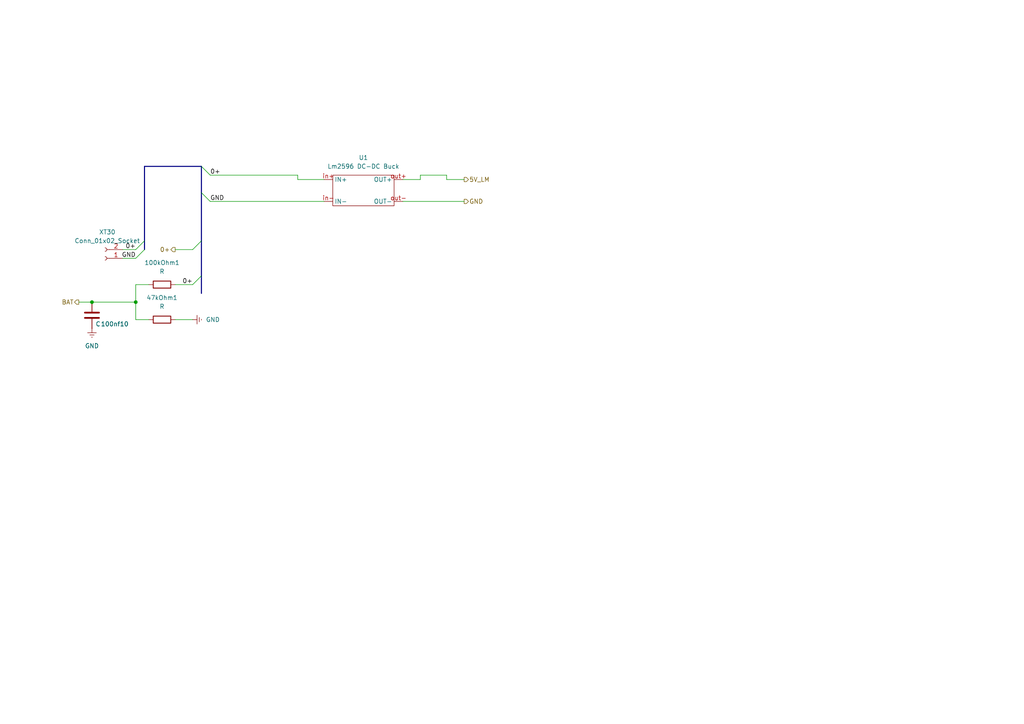
<source format=kicad_sch>
(kicad_sch (version 20250114) (generator "eeschema") (generator_version "9.0")
  (paper "A4")
  (lib_symbols
    (symbol "Componentes Personalizados:Lm2596"
      (property "Reference" "U" (at -8.89 8.382 0))
      (property "Value" "Lm2596 DC-DC Buck" (at 1.016 6.604 0))
      (symbol "Lm2596_1_1"
        (rectangle (start -8.89 5.08) (end 8.89 -3.81))
        (pin input line (at -11.43 3.81 0) (length 2.54) (name "IN+") (number "in+"))
        (pin input line (at -11.43 -2.54 0) (length 2.54) (name "IN-") (number "in-"))
        (pin output line (at 11.43 3.81 180) (length 2.54) (name "OUT+") (number "out+"))
        (pin output line (at 11.43 -2.54 180) (length 2.54) (name "OUT-") (number "out-"))
      )
    )
    (symbol "Connector:Conn_01x02_Socket" (pin_names (offset 1.016) (hide yes))
      (property "Reference" "J" (at 0 2.54 0))
      (property "Value" "Conn_01x02_Socket" (at 0 -5.08 0))
      (symbol "Conn_01x02_Socket_1_1"
        (polyline (pts (xy -1.27 0) (xy -0.508 0)) (stroke (width 0.1524)))
        (polyline (pts (xy -1.27 -2.54) (xy -0.508 -2.54)) (stroke (width 0.1524)))
        (arc (start 0 -0.508) (mid -0.5058 0) (end 0 0.508) (stroke (width 0.1524)))
        (arc (start 0 -3.048) (mid -0.5058 -2.54) (end 0 -2.032) (stroke (width 0.1524)))
        (pin passive line (at -5.08 0 0) (length 3.81) (name "Pin_1") (number "1"))
        (pin passive line (at -5.08 -2.54 0) (length 3.81) (name "Pin_2") (number "2"))
      )
    )
    (symbol "Device:C" (pin_numbers (hide yes)) (pin_names (offset 0.254))
      (property "Reference" "C" (at 0.635 2.54 0))
      (property "Value" "C" (at 0.635 -2.54 0))
      (symbol "C_0_1"
        (polyline (pts (xy -2.032 0.762) (xy 2.032 0.762)) (stroke (width 0.508)))
        (polyline (pts (xy -2.032 -0.762) (xy 2.032 -0.762)) (stroke (width 0.508)))
      )
      (symbol "C_1_1"
        (pin passive line (at 0 3.81 270) (length 2.794) (name "~") (number "1"))
        (pin passive line (at 0 -3.81 90) (length 2.794) (name "~") (number "2"))
      )
    )
    (symbol "Device:R" (pin_numbers (hide yes)) (pin_names (offset 0))
      (property "Reference" "R" (at 2.032 0 90))
      (property "Value" "R" (at 0 0 90))
      (symbol "R_0_1"
        (rectangle (start -1.016 -2.54) (end 1.016 2.54) (stroke (width 0.254)))
      )
      (symbol "R_1_1"
        (pin passive line (at 0 3.81 270) (length 1.27) (name "~") (number "1"))
        (pin passive line (at 0 -3.81 90) (length 1.27) (name "~") (number "2"))
      )
    )
    (symbol "power:Earth" (power) (pin_numbers (hide yes)) (pin_names (offset 0) (hide yes))
      (property "Value" "Earth" (at 0 -3.81 0))
      (symbol "Earth_0_1"
        (polyline (pts (xy -0.635 -1.905) (xy 0.635 -1.905)))
        (polyline (pts (xy -0.127 -2.54) (xy 0.127 -2.54)))
        (polyline (pts (xy 0 -1.27) (xy 0 0)))
        (polyline (pts (xy 1.27 -1.27) (xy -1.27 -1.27)))
      )
      (symbol "Earth_1_1"
        (pin power_in line (at 0 0 270) (length 0) (name "~") (number "1"))
      )
    )
  )
  (junction (at 39.37 87.63))
  (junction (at 26.67 87.63))
  (bus_entry (at 58.42 55.88) (size 2.54 2.54))
  (bus_entry (at 58.42 48.26) (size 2.54 2.54))
  (bus_entry (at 58.42 69.85) (size -2.54 2.54))
  (bus_entry (at 41.91 72.39) (size -2.54 2.54))
  (bus_entry (at 58.42 80.01) (size -2.54 2.54))
  (bus_entry (at 41.91 69.85) (size -2.54 2.54))
  (wire (pts (xy 129.54 52.07) (xy 134.62 52.07)))
  (bus (pts (xy 58.42 80.01) (xy 58.42 85.09)))
  (bus (pts (xy 41.91 48.26) (xy 58.42 48.26)))
  (wire (pts (xy 39.37 82.55) (xy 43.18 82.55)))
  (wire (pts (xy 116.84 58.42) (xy 134.62 58.42)))
  (wire (pts (xy 86.36 50.8) (xy 86.36 52.07)))
  (wire (pts (xy 50.8 82.55) (xy 55.88 82.55)))
  (wire (pts (xy 39.37 92.71) (xy 43.18 92.71)))
  (wire (pts (xy 35.56 74.93) (xy 39.37 74.93)))
  (wire (pts (xy 35.56 72.39) (xy 39.37 72.39)))
  (wire (pts (xy 121.92 50.8) (xy 129.54 50.8)))
  (bus (pts (xy 58.42 55.88) (xy 58.42 69.85)))
  (wire (pts (xy 39.37 87.63) (xy 39.37 82.55)))
  (bus (pts (xy 41.91 69.85) (xy 41.91 48.26)))
  (bus (pts (xy 58.42 48.26) (xy 58.42 55.88)))
  (wire (pts (xy 50.8 92.71) (xy 55.88 92.71)))
  (wire (pts (xy 60.96 58.42) (xy 93.98 58.42)))
  (wire (pts (xy 22.86 87.63) (xy 26.67 87.63)))
  (wire (pts (xy 26.67 87.63) (xy 39.37 87.63)))
  (wire (pts (xy 129.54 50.8) (xy 129.54 52.07)))
  (wire (pts (xy 60.96 50.8) (xy 86.36 50.8)))
  (wire (pts (xy 116.84 52.07) (xy 121.92 52.07)))
  (wire (pts (xy 86.36 52.07) (xy 93.98 52.07)))
  (bus (pts (xy 58.42 69.85) (xy 58.42 80.01)))
  (bus (pts (xy 41.91 72.39) (xy 41.91 69.85)))
  (wire (pts (xy 50.8 72.39) (xy 55.88 72.39)))
  (wire (pts (xy 39.37 92.71) (xy 39.37 87.63)))
  (wire (pts (xy 121.92 52.07) (xy 121.92 50.8)))
  (label "GND" (at 39.37 74.93 180))
  (label "0+" (at 39.37 72.39 180))
  (label "GND" (at 60.96 58.42 0))
  (label "0+" (at 60.96 50.8 0))
  (label "0+" (at 55.88 82.55 180))
  (hierarchical_label "BAT" (shape output) (at 22.86 87.63 180))
  (hierarchical_label "0+" (shape output) (at 50.8 72.39 180))
  (hierarchical_label "GND" (shape output) (at 134.62 58.42 0))
  (hierarchical_label "5V_LM" (shape output) (at 134.62 52.07 0))
  (symbol (lib_id "Connector:Conn_01x02_Socket") (at 30.48 74.93 180) (unit 1)
    (property "Reference" "XT30" (at 31.115 67.31 0))
    (property "Value" "Conn_01x02_Socket" (at 31.115 69.85 0))
    (property "Footprint" "Connector_AMASS:AMASS_XT30U-M_1x02_P5.0mm_Vertical" (effects (hide yes)))
    (property "Description" "Generic connector, single row, 01x02, script generated" (effects (hide yes)))
  )
  (symbol (lib_id "Device:R") (at 46.99 82.55 270) (unit 1)
    (property "Reference" "100kOhm1" (at 46.99 76.2 90))
    (property "Value" "R" (at 46.99 78.74 90))
    (property "Footprint" "Resistor_THT:R_Axial_DIN0207_L6.3mm_D2.5mm_P7.62mm_Horizontal" (effects (hide yes)))
    (property "Description" "Resistor" (effects (hide yes)))
  )
  (symbol (lib_id "Device:C") (at 26.67 91.44 0) (unit 1)
    (property "Reference" "100nf10" (at 33.274 93.98 0))
    (property "Value" "C" (at 28.448 93.98 0))
    (property "Footprint" "Capacitor_THT:C_Disc_D3.0mm_W1.6mm_P2.50mm" (effects (hide yes)))
    (property "Description" "Unpolarized capacitor" (effects (hide yes)))
  )
  (symbol (lib_id "Componentes Personalizados:Lm2596") (at 105.41 55.88 0) (unit 1)
    (property "Reference" "U1" (at 105.41 45.72 0))
    (property "Value" "Lm2596 DC-DC Buck" (at 105.41 48.26 0))
    (property "Footprint" "Footprints Personalizados:Lm2596_ALT" (effects (hide yes)))
  )
  (symbol (lib_id "power:Earth") (at 55.88 92.71 90) (unit 1)
    (property "Reference" "#PWR01" (effects (hide yes)))
    (property "Value" "GND" (at 59.69 92.7099 90) (effects (justify right)))
    (property "Description" "Power symbol creates a global label with name \"Earth\"" (effects (hide yes)))
  )
  (symbol (lib_id "Device:R") (at 46.99 92.71 270) (unit 1)
    (property "Reference" "47kOhm1" (at 46.99 86.36 90))
    (property "Value" "R" (at 46.99 88.9 90))
    (property "Footprint" "Resistor_THT:R_Axial_DIN0207_L6.3mm_D2.5mm_P7.62mm_Horizontal" (effects (hide yes)))
    (property "Description" "Resistor" (effects (hide yes)))
  )
  (symbol (lib_id "power:Earth") (at 26.67 95.25 0) (unit 1)
    (property "Reference" "#PWR013" (effects (hide yes)))
    (property "Value" "GND" (at 26.67 100.33 0))
    (property "Description" "Power symbol creates a global label with name \"Earth\"" (effects (hide yes)))
  )
)
</source>
